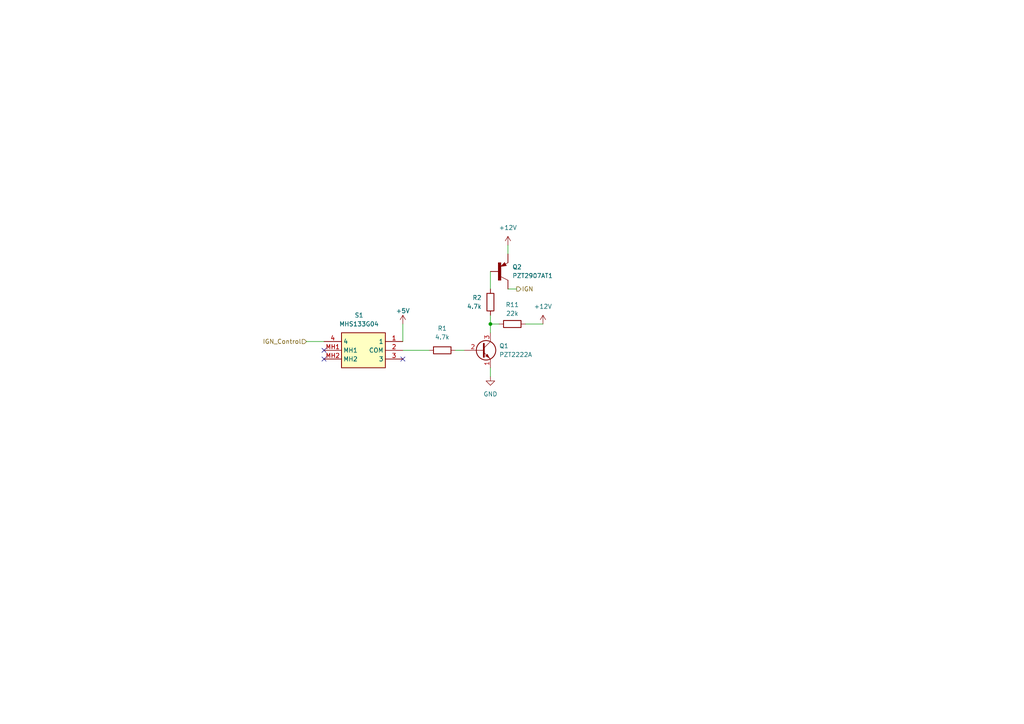
<source format=kicad_sch>
(kicad_sch (version 20230121) (generator eeschema)
  (paper "A4")
  (lib_symbols
    (symbol "Device:R" (pin_numbers hide) (pin_names (offset 0))
      (property "Reference" "R" (at 2.032 0 90))
      (property "Value" "R" (at 0 0 90))
      (symbol "R_0_1"
        (rectangle (start -1.016 -2.54) (end 1.016 2.54) (stroke (width 0.254)))
      )
      (symbol "R_1_1"
        (pin passive line (at 0 3.81 270) (length 1.27) (name "~") (number "1"))
        (pin passive line (at 0 -3.81 90) (length 1.27) (name "~") (number "2"))
      )
    )
    (symbol "PN2907A:PN2907A" (pin_numbers hide) (pin_names (offset 1.016) hide)
      (property "Reference" "Q9" (at 3.81 1.2955 0))
      (property "Value" "PN2907A" (at 3.81 -1.2445 0))
      (symbol "PN2907A_0_0"
        (rectangle (start -0.254 -2.54) (end 0.508 2.54) (fill (type outline)))
        (polyline (pts (xy 0.508 1.4732) (xy 2.0828 1.6764)) (stroke (width 0.1524)))
        (polyline (pts (xy 0.762 1.651) (xy 1.778 1.778)) (stroke (width 0.254)))
        (polyline (pts (xy 1.143 1.905) (xy 1.524 1.905)) (stroke (width 0.254)))
        (polyline (pts (xy 1.524 2.159) (xy 1.143 1.905)) (stroke (width 0.254)))
        (polyline (pts (xy 1.524 2.413) (xy 0.762 1.651)) (stroke (width 0.254)))
        (polyline (pts (xy 1.5748 2.5908) (xy 0.508 1.4732)) (stroke (width 0.1524)))
        (polyline (pts (xy 1.778 1.778) (xy 1.524 2.159)) (stroke (width 0.254)))
        (polyline (pts (xy 1.905 1.778) (xy 1.524 2.413)) (stroke (width 0.254)))
        (polyline (pts (xy 2.0828 1.6764) (xy 1.5748 2.5908)) (stroke (width 0.1524)))
        (polyline (pts (xy 2.54 -2.54) (xy 0.508 -1.524)) (stroke (width 0.1524)))
        (polyline (pts (xy 2.54 2.54) (xy 1.8034 2.1336)) (stroke (width 0.1524)))
        (pin passive line (at 2.54 5.08 270) (length 2.54) (name "E") (number "1"))
        (pin passive line (at -2.54 0 0) (length 2.54) (name "B") (number "2"))
        (pin passive line (at 2.54 -5.08 90) (length 2.54) (name "C") (number "3"))
      )
    )
    (symbol "SamacSys_Parts:MHS133G04"
      (property "Reference" "S1" (at -11.43 6.35 0))
      (property "Value" "MHS133G04" (at -11.43 3.81 0))
      (symbol "MHS133G04_1_1"
        (rectangle (start 5.08 2.54) (end 17.78 -7.62) (stroke (width 0.254)) (fill (type background)))
        (pin passive line (at 0 0 0) (length 5.08) (name "1") (number "1"))
        (pin passive line (at 0 -2.54 0) (length 5.08) (name "COM") (number "2"))
        (pin passive line (at 0 -5.08 0) (length 5.08) (name "3") (number "3"))
        (pin passive line (at 22.86 0 180) (length 5.08) (name "4") (number "4"))
        (pin passive line (at 22.86 -2.54 180) (length 5.08) (name "MH1") (number "MH1"))
        (pin passive line (at 22.86 -5.08 180) (length 5.08) (name "MH2") (number "MH2"))
      )
    )
    (symbol "Transistor_BJT:PN2222A" (pin_names (offset 0) hide)
      (property "Reference" "Q" (at 5.08 1.905 0))
      (property "Value" "PN2222A" (at 5.08 0 0))
      (symbol "PN2222A_0_1"
        (polyline (pts (xy 0 0) (xy 0.635 0)))
        (polyline (pts (xy 2.54 -2.54) (xy 0.635 -0.635)))
        (polyline (pts (xy 2.54 2.54) (xy 0.635 0.635)))
        (polyline (pts (xy 0.635 1.905) (xy 0.635 -1.905) (xy 0.635 -1.905)) (stroke (width 0.508)))
        (polyline (pts (xy 2.413 -2.413) (xy 1.905 -1.905) (xy 1.905 -1.905)))
        (polyline (pts (xy 1.143 -1.651) (xy 1.651 -1.143) (xy 2.159 -2.159) (xy 1.143 -1.651) (xy 1.143 -1.651)) (fill (type outline)))
        (circle (center 1.27 0) (radius 2.8194) (stroke (width 0.254)))
      )
      (symbol "PN2222A_1_1"
        (pin passive line (at 2.54 -5.08 90) (length 2.54) (name "E") (number "1"))
        (pin input line (at -5.08 0 0) (length 5.08) (name "B") (number "2"))
        (pin passive line (at 2.54 5.08 270) (length 2.54) (name "C") (number "3"))
      )
    )
    (symbol "power:+12V" (power) (pin_names (offset 0))
      (property "Value" "+12V" (at 0 3.556 0))
      (symbol "+12V_0_1"
        (polyline (pts (xy -0.762 1.27) (xy 0 2.54)))
        (polyline (pts (xy 0 0) (xy 0 2.54)))
        (polyline (pts (xy 0 2.54) (xy 0.762 1.27)))
      )
      (symbol "+12V_1_1"
        (pin power_in line (at 0 0 90) (length 0) hide (name "+12V") (number "1"))
      )
    )
    (symbol "power:+5V" (power) (pin_names (offset 0))
      (property "Value" "+5V" (at 0 3.556 0))
      (symbol "+5V_0_1"
        (polyline (pts (xy -0.762 1.27) (xy 0 2.54)))
        (polyline (pts (xy 0 0) (xy 0 2.54)))
        (polyline (pts (xy 0 2.54) (xy 0.762 1.27)))
      )
      (symbol "+5V_1_1"
        (pin power_in line (at 0 0 90) (length 0) hide (name "+5V") (number "1"))
      )
    )
    (symbol "power:GND" (power) (pin_names (offset 0))
      (property "Value" "GND" (at 0 -3.81 0))
      (symbol "GND_0_1"
        (polyline (pts (xy 0 0) (xy 0 -1.27) (xy 1.27 -1.27) (xy 0 -2.54) (xy -1.27 -1.27) (xy 0 -1.27)))
      )
      (symbol "GND_1_1"
        (pin power_in line (at 0 0 270) (length 0) hide (name "GND") (number "1"))
      )
    )
  )
  (junction (at 142.24 93.98))
  (no_connect (at 93.98 104.14))
  (no_connect (at 93.98 101.6))
  (no_connect (at 116.84 104.14))
  (wire (pts (xy 132.08 101.6) (xy 134.62 101.6)))
  (wire (pts (xy 142.24 91.44) (xy 142.24 93.98)))
  (wire (pts (xy 147.32 83.82) (xy 149.86 83.82)))
  (wire (pts (xy 147.32 71.12) (xy 147.32 73.66)))
  (wire (pts (xy 142.24 93.98) (xy 144.78 93.98)))
  (wire (pts (xy 152.4 93.98) (xy 157.48 93.98)))
  (wire (pts (xy 88.9 99.06) (xy 93.98 99.06)))
  (wire (pts (xy 116.84 93.98) (xy 116.84 99.06)))
  (wire (pts (xy 142.24 106.68) (xy 142.24 109.22)))
  (wire (pts (xy 142.24 78.74) (xy 142.24 83.82)))
  (wire (pts (xy 142.24 93.98) (xy 142.24 96.52)))
  (wire (pts (xy 116.84 101.6) (xy 124.46 101.6)))
  (hierarchical_label "IGN_Control" (shape input) (at 88.9 99.06 180))
  (hierarchical_label "IGN" (shape output) (at 149.86 83.82 0))
  (symbol (lib_id "power:GND") (at 142.24 109.22 0) (unit 1)
    (property "Reference" "#PWR0109" (effects hide))
    (property "Value" "GND" (at 142.24 114.3 0))
    (instances (project "IS250 Interface Board SMT Edition" (path "" (reference "#PWR0109") (unit 1)) (path "" (reference "#PWR0126") (unit 1)) (path "" (reference "#PWR0130") (unit 1)) (path "" (reference "#PWR04") (unit 1))))
  )
  (symbol (lib_id "SamacSys_Parts:MHS133G04") (at 116.84 99.06 0) (mirror y) (unit 1)
    (property "Reference" "S1" (at 104.14 91.44 0))
    (property "Value" "MHS133G04" (at 104.14 93.98 0))
    (property "Footprint" "SamacSys_Parts:MHS133G04" (effects hide))
    (property "Datasheet" "https://www.te.com/commerce/DocumentDelivery/DDEController?Action=srchrtrv&DocNm=1825255&DocType=Customer+Drawing&DocLang=English&DocFormat=pdf&PartCntxt=1825255-8" (effects hide))
    (property "Height" "12" (effects hide))
    (property "Mouser Part Number" "506-MHS133G04" (effects hide))
    (property "Mouser Price/Stock" "https://www.mouser.co.uk/ProductDetail/TE-Connectivity-Alcoswitch/MHS133G04?qs=iWbXB9lueyBUmB9gQm6y%2FQ%3D%3D" (effects hide))
    (property "Manufacturer_Name" "TE Connectivity" (effects hide))
    (property "Manufacturer_Part_Number" "MHS133G04" (effects hide))
  )
  (symbol (lib_id "Device:R") (at 148.59 93.98 90) (unit 1)
    (property "Reference" "R11" (at 148.59 88.392 90))
    (property "Value" "22k" (at 148.59 90.932 90))
    (property "Footprint" "Resistor_SMD:R_0805_2012Metric_Pad1.20x1.40mm_HandSolder" (effects hide))
    (instances (project "IS250 Interface Board SMT Edition" (path "" (reference "R11") (unit 1)) (path "" (reference "R15") (unit 1)) (path "" (reference "R18") (unit 1)) (path "" (reference "R24") (unit 1))))
  )
  (symbol (lib_id "Transistor_BJT:PN2222A") (at 139.7 101.6 0) (unit 1)
    (property "Reference" "Q1" (at 144.78 100.3299 0) (effects (justify left)))
    (property "Value" "PZT2222A" (at 144.78 102.8699 0) (effects (justify left)))
    (property "Footprint" "Package_TO_SOT_SMD:SOT-223" (effects hide))
    (property "Datasheet" "https://www.onsemi.com/pub/Collateral/PN2222-D.PDF" (effects hide))
    (instances (project "IS250 Interface Board SMT Edition" (path "" (reference "Q1") (unit 1)) (path "" (reference "Q8") (unit 1)) (path "" (reference "Q10") (unit 1)) (path "" (reference "Q12") (unit 1))))
  )
  (symbol (lib_id "power:+5V") (at 116.84 93.98 0) (unit 1)
    (property "Reference" "#PWR07" (effects hide))
    (property "Value" "+5V" (at 116.84 90.17 0))
  )
  (symbol (lib_id "PN2907A:PN2907A") (at 144.78 78.74 0) (unit 1)
    (property "Reference" "Q2" (at 148.59 77.4445 0) (effects (justify left)))
    (property "Value" "PZT2907AT1" (at 148.59 79.9845 0) (effects (justify left)))
    (property "Footprint" "Package_TO_SOT_SMD:SOT-223" (effects hide))
    (instances (project "IS250 Interface Board SMT Edition" (path "" (reference "Q2") (unit 1)) (path "" (reference "Q9") (unit 1)) (path "" (reference "Q11") (unit 1)) (path "" (reference "Q13") (unit 1))))
  )
  (symbol (lib_id "Device:R") (at 128.27 101.6 90) (unit 1)
    (property "Reference" "R1" (at 128.27 95.25 90))
    (property "Value" "4.7k" (at 128.27 97.79 90))
    (property "Footprint" "Resistor_SMD:R_0805_2012Metric_Pad1.20x1.40mm_HandSolder" (effects hide))
    (instances (project "IS250 Interface Board SMT Edition" (path "" (reference "R1") (unit 1)) (path "" (reference "R13") (unit 1)) (path "" (reference "R16") (unit 1)) (path "" (reference "R22") (unit 1))))
  )
  (symbol (lib_id "Device:R") (at 142.24 87.63 0) (mirror x) (unit 1)
    (property "Reference" "R2" (at 139.7 86.3599 0) (effects (justify right)))
    (property "Value" "4.7k" (at 139.7 88.8999 0) (effects (justify right)))
    (property "Footprint" "Resistor_SMD:R_0805_2012Metric_Pad1.20x1.40mm_HandSolder" (effects hide))
    (instances (project "IS250 Interface Board SMT Edition" (path "" (reference "R2") (unit 1)) (path "" (reference "R14") (unit 1)) (path "" (reference "R17") (unit 1)) (path "" (reference "R23") (unit 1))))
  )
  (symbol (lib_id "power:+12V") (at 157.48 93.98 0) (unit 1)
    (property "Reference" "#PWR0110" (effects hide))
    (property "Value" "+12V" (at 157.48 88.9 0))
    (instances (project "IS250 Interface Board SMT Edition" (path "" (reference "#PWR0110") (unit 1)) (path "" (reference "#PWR0129") (unit 1)) (path "" (reference "#PWR0132") (unit 1)) (path "" (reference "#PWR06") (unit 1))))
  )
  (symbol (lib_id "power:+12V") (at 147.32 71.12 0) (unit 1)
    (property "Reference" "#PWR0111" (effects hide))
    (property "Value" "+12V" (at 147.32 66.04 0))
    (instances (project "IS250 Interface Board SMT Edition" (path "" (reference "#PWR0111") (unit 1)) (path "" (reference "#PWR0128") (unit 1)) (path "" (reference "#PWR0131") (unit 1)) (path "" (reference "#PWR05") (unit 1))))
  )
)
</source>
